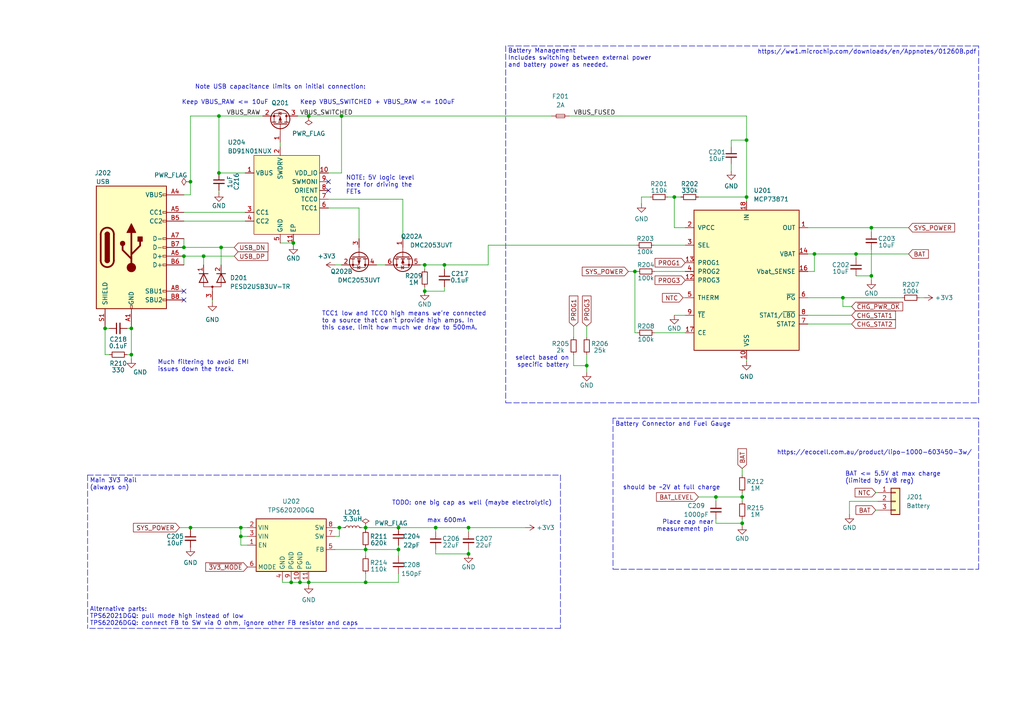
<source format=kicad_sch>
(kicad_sch (version 20211123) (generator eeschema)
  (paper "A4")
  (title_block (date "2022-09-04") (rev "1"))
  (lib_symbols
    (symbol "Battery_Management:MCP73871" (pin_names (offset 1.016))
      (property "Reference" "U" (at -7.62 24.13 0))
      (property "Value" "MCP73871" (at -15.24 21.59 0))
      (symbol "MCP73871_0_1"
        (rectangle (start -15.24 20.32) (end 15.24 -20.32) (stroke (width 0.254)) (fill (type background)))
      )
      (symbol "MCP73871_1_1"
        (pin power_out line (at 17.78 15.24 180) (length 2.54) (name "OUT") (number "1"))
        (pin power_in line (at 0 -22.86 90) (length 2.54) (name "VSS") (number "10"))
        (pin passive line (at 0 -22.86 90) (length 2.54) hide (name "VSS") (number "11"))
        (pin bidirectional line (at -17.78 0 0) (length 2.54) (name "PROG3") (number "12"))
        (pin bidirectional line (at -17.78 5.08 0) (length 2.54) (name "PROG1") (number "13"))
        (pin power_out line (at 17.78 7.62 180) (length 2.54) (name "VBAT") (number "14"))
        (pin passive line (at 17.78 7.62 180) (length 2.54) hide (name "VBAT") (number "15"))
        (pin input line (at 17.78 2.54 180) (length 2.54) (name "Vbat_SENSE") (number "16"))
        (pin input line (at -17.78 -15.24 0) (length 2.54) (name "CE") (number "17"))
        (pin power_in line (at 0 22.86 270) (length 2.54) (name "IN") (number "18"))
        (pin passive line (at 0 22.86 270) (length 2.54) hide (name "IN") (number "19"))
        (pin input line (at -17.78 15.24 0) (length 2.54) (name "VPCC") (number "2"))
        (pin passive line (at 17.78 15.24 180) (length 2.54) hide (name "OUT") (number "20"))
        (pin passive line (at 0 -22.86 90) (length 2.54) hide (name "VSS") (number "21"))
        (pin input line (at -17.78 10.16 0) (length 2.54) (name "SEL") (number "3"))
        (pin input line (at -17.78 2.54 0) (length 2.54) (name "PROG2") (number "4"))
        (pin bidirectional line (at -17.78 -5.08 0) (length 2.54) (name "THERM") (number "5"))
        (pin open_collector line (at 17.78 -5.08 180) (length 2.54) (name "~{PG}") (number "6"))
        (pin open_collector line (at 17.78 -12.7 180) (length 2.54) (name "STAT2") (number "7"))
        (pin open_collector line (at 17.78 -10.16 180) (length 2.54) (name "STAT1/~{LBO}") (number "8"))
        (pin input line (at -17.78 -10.16 0) (length 2.54) (name "~{TE}") (number "9"))
      )
    )
    (symbol "Connector:USB_C_Receptacle_USB2.0" (pin_names (offset 1.016))
      (property "Reference" "J" (at -10.16 19.05 0))
      (property "Value" "USB_C_Receptacle_USB2.0" (at 19.05 19.05 0))
      (symbol "USB_C_Receptacle_USB2.0_0_0"
        (rectangle (start -0.254 -17.78) (end 0.254 -16.764))
        (rectangle (start 10.16 -14.986) (end 9.144 -15.494))
        (rectangle (start 10.16 -12.446) (end 9.144 -12.954))
        (rectangle (start 10.16 -4.826) (end 9.144 -5.334))
        (rectangle (start 10.16 -2.286) (end 9.144 -2.794))
        (rectangle (start 10.16 0.254) (end 9.144 -0.254))
        (rectangle (start 10.16 2.794) (end 9.144 2.286))
        (rectangle (start 10.16 7.874) (end 9.144 7.366))
        (rectangle (start 10.16 10.414) (end 9.144 9.906))
        (rectangle (start 10.16 15.494) (end 9.144 14.986))
      )
      (symbol "USB_C_Receptacle_USB2.0_0_1"
        (rectangle (start -10.16 17.78) (end 10.16 -17.78) (stroke (width 0.254)) (fill (type background)))
        (arc (start -8.89 -3.81) (mid -6.985 -5.715) (end -5.08 -3.81) (stroke (width 0.508)))
        (arc (start -7.62 -3.81) (mid -6.985 -4.445) (end -6.35 -3.81) (stroke (width 0.254)))
        (arc (start -7.62 -3.81) (mid -6.985 -4.445) (end -6.35 -3.81) (stroke (width 0.254)) (fill (type outline)))
        (rectangle (start -7.62 -3.81) (end -6.35 3.81) (stroke (width 0.254)) (fill (type outline)))
        (arc (start -6.35 3.81) (mid -6.985 4.445) (end -7.62 3.81) (stroke (width 0.254)))
        (arc (start -6.35 3.81) (mid -6.985 4.445) (end -7.62 3.81) (stroke (width 0.254)) (fill (type outline)))
        (arc (start -5.08 3.81) (mid -6.985 5.715) (end -8.89 3.81) (stroke (width 0.508)))
        (circle (center -2.54 1.143) (radius 0.635) (stroke (width 0.254)) (fill (type outline)))
        (circle (center 0 -5.842) (radius 1.27) (fill (type outline)))
        (polyline (pts (xy -8.89 -3.81) (xy -8.89 3.81)) (stroke (width 0.508)))
        (polyline (pts (xy -5.08 3.81) (xy -5.08 -3.81)) (stroke (width 0.508)))
        (polyline (pts (xy 0 -5.842) (xy 0 4.318)) (stroke (width 0.508)))
        (polyline (pts (xy 0 -3.302) (xy -2.54 -0.762) (xy -2.54 0.508)) (stroke (width 0.508)))
        (polyline (pts (xy 0 -2.032) (xy 2.54 0.508) (xy 2.54 1.778)) (stroke (width 0.508)))
        (polyline (pts (xy -1.27 4.318) (xy 0 6.858) (xy 1.27 4.318) (xy -1.27 4.318)) (stroke (width 0.254)) (fill (type outline)))
        (rectangle (start 1.905 1.778) (end 3.175 3.048) (stroke (width 0.254)) (fill (type outline)))
      )
      (symbol "USB_C_Receptacle_USB2.0_1_1"
        (pin passive line (at 0 -22.86 90) (length 5.08) (name "GND") (number "A1"))
        (pin passive line (at 0 -22.86 90) (length 5.08) hide (name "GND") (number "A12"))
        (pin passive line (at 15.24 15.24 180) (length 5.08) (name "VBUS") (number "A4"))
        (pin bidirectional line (at 15.24 10.16 180) (length 5.08) (name "CC1") (number "A5"))
        (pin bidirectional line (at 15.24 -2.54 180) (length 5.08) (name "D+") (number "A6"))
        (pin bidirectional line (at 15.24 2.54 180) (length 5.08) (name "D-") (number "A7"))
        (pin bidirectional line (at 15.24 -12.7 180) (length 5.08) (name "SBU1") (number "A8"))
        (pin passive line (at 15.24 15.24 180) (length 5.08) hide (name "VBUS") (number "A9"))
        (pin passive line (at 0 -22.86 90) (length 5.08) hide (name "GND") (number "B1"))
        (pin passive line (at 0 -22.86 90) (length 5.08) hide (name "GND") (number "B12"))
        (pin passive line (at 15.24 15.24 180) (length 5.08) hide (name "VBUS") (number "B4"))
        (pin bidirectional line (at 15.24 7.62 180) (length 5.08) (name "CC2") (number "B5"))
        (pin bidirectional line (at 15.24 -5.08 180) (length 5.08) (name "D+") (number "B6"))
        (pin bidirectional line (at 15.24 0 180) (length 5.08) (name "D-") (number "B7"))
        (pin bidirectional line (at 15.24 -15.24 180) (length 5.08) (name "SBU2") (number "B8"))
        (pin passive line (at 15.24 15.24 180) (length 5.08) hide (name "VBUS") (number "B9"))
        (pin passive line (at -7.62 -22.86 90) (length 5.08) (name "SHIELD") (number "S1"))
      )
    )
    (symbol "Connector_Generic:Conn_01x03" (pin_names (offset 1.016) hide)
      (property "Reference" "J" (at 0 5.08 0))
      (property "Value" "Conn_01x03" (at 0 -5.08 0))
      (symbol "Conn_01x03_1_1"
        (rectangle (start -1.27 -2.413) (end 0 -2.667) (stroke (width 0.1524)))
        (rectangle (start -1.27 0.127) (end 0 -0.127) (stroke (width 0.1524)))
        (rectangle (start -1.27 2.667) (end 0 2.413) (stroke (width 0.1524)))
        (rectangle (start -1.27 3.81) (end 1.27 -3.81) (stroke (width 0.254)) (fill (type background)))
        (pin passive line (at -5.08 2.54 0) (length 3.81) (name "Pin_1") (number "1"))
        (pin passive line (at -5.08 0 0) (length 3.81) (name "Pin_2") (number "2"))
        (pin passive line (at -5.08 -2.54 0) (length 3.81) (name "Pin_3") (number "3"))
      )
    )
    (symbol "Device:C_Small" (pin_numbers hide) (pin_names (offset 0.254) hide)
      (property "Reference" "C" (at 0.254 1.778 0))
      (property "Value" "C_Small" (at 0.254 -2.032 0))
      (symbol "C_Small_0_1"
        (polyline (pts (xy -1.524 -0.508) (xy 1.524 -0.508)) (stroke (width 0.3302)))
        (polyline (pts (xy -1.524 0.508) (xy 1.524 0.508)) (stroke (width 0.3048)))
      )
      (symbol "C_Small_1_1"
        (pin passive line (at 0 2.54 270) (length 2.032) (name "~") (number "1"))
        (pin passive line (at 0 -2.54 90) (length 2.032) (name "~") (number "2"))
      )
    )
    (symbol "Device:D_Dual_CommonAnode_KKA_Parallel" (pin_names (offset 0.762) hide)
      (property "Reference" "D" (at 0 5.08 0))
      (property "Value" "D_Dual_CommonAnode_KKA_Parallel" (at 0 -5.08 0))
      (symbol "D_Dual_CommonAnode_KKA_Parallel_0_0"
        (polyline (pts (xy 2.54 -3.81) (xy 2.54 -1.27)) (stroke (width 0.254)))
        (polyline (pts (xy 2.54 1.27) (xy 2.54 3.81)) (stroke (width 0.254)))
      )
      (symbol "D_Dual_CommonAnode_KKA_Parallel_0_1"
        (circle (center -1.27 0) (radius 0.254) (fill (type outline)))
        (polyline (pts (xy -1.27 0) (xy -2.54 0)))
        (polyline (pts (xy 2.54 2.54) (xy -1.27 2.54) (xy -1.27 -2.54) (xy 2.54 -2.54)))
        (polyline (pts (xy 0 -1.27) (xy 2.54 -2.54) (xy 0 -3.81) (xy 0 -1.27) (xy 0 -1.27) (xy 0 -1.27)) (stroke (width 0.254)))
        (polyline (pts (xy 0 3.81) (xy 2.54 2.54) (xy 0 1.27) (xy 0 3.81) (xy 0 3.81) (xy 0 3.81)) (stroke (width 0.254)))
        (pin passive line (at 5.08 2.54 180) (length 2.54) (name "K") (number "1"))
        (pin passive line (at 5.08 -2.54 180) (length 2.54) (name "K") (number "2"))
        (pin passive line (at -5.08 0 0) (length 2.54) (name "A") (number "3"))
      )
    )
    (symbol "Device:Fuse_Small" (pin_numbers hide) (pin_names (offset 0.254) hide)
      (property "Reference" "F" (at 0 -1.524 0))
      (property "Value" "Fuse_Small" (at 0 1.524 0))
      (symbol "Fuse_Small_0_1"
        (rectangle (start -1.27 0.508) (end 1.27 -0.508))
        (polyline (pts (xy -1.27 0) (xy 1.27 0)))
      )
      (symbol "Fuse_Small_1_1"
        (pin passive line (at -2.54 0 0) (length 1.27) (name "~") (number "1"))
        (pin passive line (at 2.54 0 180) (length 1.27) (name "~") (number "2"))
      )
    )
    (symbol "Device:L_Small" (pin_numbers hide) (pin_names (offset 0.254) hide)
      (property "Reference" "L" (at 0.762 1.016 0))
      (property "Value" "L_Small" (at 0.762 -1.016 0))
      (symbol "L_Small_0_1"
        (arc (start 0 -2.032) (mid 0.508 -1.524) (end 0 -1.016))
        (arc (start 0 -1.016) (mid 0.508 -0.508) (end 0 0))
        (arc (start 0 0) (mid 0.508 0.508) (end 0 1.016))
        (arc (start 0 1.016) (mid 0.508 1.524) (end 0 2.032))
      )
      (symbol "L_Small_1_1"
        (pin passive line (at 0 2.54 270) (length 0.508) (name "~") (number "1"))
        (pin passive line (at 0 -2.54 90) (length 0.508) (name "~") (number "2"))
      )
    )
    (symbol "Device:Q_PMOS_GSD" (pin_names (offset 0) hide)
      (property "Reference" "Q" (at 5.08 1.27 0))
      (property "Value" "Q_PMOS_GSD" (at 5.08 -1.27 0))
      (symbol "Q_PMOS_GSD_0_1"
        (polyline (pts (xy 0.254 0) (xy -2.54 0)))
        (polyline (pts (xy 0.254 1.905) (xy 0.254 -1.905)) (stroke (width 0.254)))
        (polyline (pts (xy 0.762 -1.27) (xy 0.762 -2.286)) (stroke (width 0.254)))
        (polyline (pts (xy 0.762 0.508) (xy 0.762 -0.508)) (stroke (width 0.254)))
        (polyline (pts (xy 0.762 2.286) (xy 0.762 1.27)) (stroke (width 0.254)))
        (polyline (pts (xy 2.54 2.54) (xy 2.54 1.778)))
        (polyline (pts (xy 2.54 -2.54) (xy 2.54 0) (xy 0.762 0)))
        (polyline (pts (xy 0.762 1.778) (xy 3.302 1.778) (xy 3.302 -1.778) (xy 0.762 -1.778)))
        (polyline (pts (xy 2.286 0) (xy 1.27 0.381) (xy 1.27 -0.381) (xy 2.286 0)) (fill (type outline)))
        (polyline (pts (xy 2.794 -0.508) (xy 2.921 -0.381) (xy 3.683 -0.381) (xy 3.81 -0.254)))
        (polyline (pts (xy 3.302 -0.381) (xy 2.921 0.254) (xy 3.683 0.254) (xy 3.302 -0.381)))
        (circle (center 1.651 0) (radius 2.794) (stroke (width 0.254)))
        (circle (center 2.54 -1.778) (radius 0.254) (fill (type outline)))
        (circle (center 2.54 1.778) (radius 0.254) (fill (type outline)))
      )
      (symbol "Q_PMOS_GSD_1_1"
        (pin input line (at -5.08 0 0) (length 2.54) (name "G") (number "1"))
        (pin passive line (at 2.54 -5.08 90) (length 2.54) (name "S") (number "2"))
        (pin passive line (at 2.54 5.08 270) (length 2.54) (name "D") (number "3"))
      )
    )
    (symbol "Device:R_Small" (pin_numbers hide) (pin_names (offset 0.254) hide)
      (property "Reference" "R" (at 0.762 0.508 0))
      (property "Value" "R_Small" (at 0.762 -1.016 0))
      (symbol "R_Small_0_1"
        (rectangle (start -0.762 1.778) (end 0.762 -1.778) (stroke (width 0.2032)))
      )
      (symbol "R_Small_1_1"
        (pin passive line (at 0 2.54 270) (length 0.762) (name "~") (number "1"))
        (pin passive line (at 0 -2.54 90) (length 0.762) (name "~") (number "2"))
      )
    )
    (symbol "Transistor_FET:DMC2053UVT" (pin_names hide)
      (property "Reference" "Q" (at 3.175 1.27 0))
      (property "Value" "DMC2053UVT" (at 3.175 -1.27 0))
      (symbol "DMC2053UVT_0_1"
        (circle (center -0.889 0) (radius 2.794) (stroke (width 0.254)))
        (circle (center 0 -1.778) (radius 0.254) (fill (type outline)))
        (polyline (pts (xy -2.286 0) (xy -5.08 0)))
        (polyline (pts (xy -2.286 1.905) (xy -2.286 -1.905)) (stroke (width 0.254)))
        (polyline (pts (xy -1.778 -1.27) (xy -1.778 -2.286)) (stroke (width 0.254)))
        (polyline (pts (xy -1.778 0.508) (xy -1.778 -0.508)) (stroke (width 0.254)))
        (polyline (pts (xy -1.778 2.286) (xy -1.778 1.27)) (stroke (width 0.254)))
        (polyline (pts (xy 0 2.54) (xy 0 1.778)))
        (polyline (pts (xy 0 -2.54) (xy 0 0) (xy -1.778 0)))
        (polyline (pts (xy -1.778 -1.778) (xy 0.762 -1.778) (xy 0.762 1.778) (xy -1.778 1.778)))
        (circle (center 0 1.778) (radius 0.254) (fill (type outline)))
      )
      (symbol "DMC2053UVT_1_1"
        (polyline (pts (xy -1.524 0) (xy -0.508 0.381) (xy -0.508 -0.381) (xy -1.524 0)) (fill (type outline)))
        (polyline (pts (xy 0.254 0.508) (xy 0.381 0.381) (xy 1.143 0.381) (xy 1.27 0.254)))
        (polyline (pts (xy 0.762 0.381) (xy 0.381 -0.254) (xy 1.143 -0.254) (xy 0.762 0.381)))
        (pin passive line (at -7.62 0 0) (length 2.54) (name "G") (number "1"))
        (pin passive line (at 0 -5.08 90) (length 2.54) (name "S") (number "5"))
        (pin passive line (at 0 5.08 270) (length 2.54) (name "D") (number "6"))
      )
      (symbol "DMC2053UVT_2_1"
        (polyline (pts (xy -0.254 0) (xy -1.27 0.381) (xy -1.27 -0.381) (xy -0.254 0)) (fill (type outline)))
        (polyline (pts (xy 0.254 -0.508) (xy 0.381 -0.381) (xy 1.143 -0.381) (xy 1.27 -0.254)))
        (polyline (pts (xy 0.762 -0.381) (xy 0.381 0.254) (xy 1.143 0.254) (xy 0.762 -0.381)))
        (pin passive line (at 0 -5.08 90) (length 2.54) (name "S") (number "2"))
        (pin passive line (at -7.62 0 0) (length 2.54) (name "G") (number "3"))
        (pin passive line (at 0 5.08 270) (length 2.54) (name "D") (number "4"))
      )
    )
    (symbol "power:+3V3" (power) (pin_names (offset 0))
      (property "Value" "+3V3" (at 0 3.556 0))
      (symbol "+3V3_0_1"
        (polyline (pts (xy -0.762 1.27) (xy 0 2.54)))
        (polyline (pts (xy 0 0) (xy 0 2.54)))
        (polyline (pts (xy 0 2.54) (xy 0.762 1.27)))
      )
      (symbol "+3V3_1_1"
        (pin power_in line (at 0 0 90) (length 0) hide (name "+3V3") (number "1"))
      )
    )
    (symbol "power:GND" (power) (pin_names (offset 0))
      (property "Value" "GND" (at 0 -3.81 0))
      (symbol "GND_0_1"
        (polyline (pts (xy 0 0) (xy 0 -1.27) (xy 1.27 -1.27) (xy 0 -2.54) (xy -1.27 -1.27) (xy 0 -1.27)))
      )
      (symbol "GND_1_1"
        (pin power_in line (at 0 0 270) (length 0) hide (name "GND") (number "1"))
      )
    )
    (symbol "power:PWR_FLAG" (power) (pin_numbers hide) (pin_names (offset 0) hide)
      (property "Value" "PWR_FLAG" (at 0 3.81 0))
      (symbol "PWR_FLAG_0_0"
        (pin power_out line (at 0 0 90) (length 0) (name "pwr") (number "1"))
      )
      (symbol "PWR_FLAG_0_1"
        (polyline (pts (xy 0 0) (xy 0 1.27) (xy -1.016 1.905) (xy 0 2.54) (xy 1.016 1.905) (xy 0 1.27)))
      )
    )
    (symbol "symbols:BD91N01NUX"
      (property "Reference" "U" (at 0 13.97 0))
      (property "Value" "BD91N01NUX" (at 5.08 16.51 0))
      (symbol "BD91N01NUX_0_1"
        (rectangle (start -12.7 12.7) (end 6.35 -10.16) (fill (type background)))
      )
      (symbol "BD91N01NUX_1_1"
        (pin input line (at -15.24 7.62 0) (length 2.54) (name "VBUS") (number "1"))
        (pin input line (at 8.89 7.62 180) (length 2.54) (name "VDD_IO") (number "10"))
        (pin input line (at -1.27 -12.7 90) (length 2.54) (name "EP") (number "11"))
        (pin output line (at -5.08 15.24 270) (length 2.54) (name "SWDRV") (number "2"))
        (pin input line (at -15.24 -3.81 0) (length 2.54) (name "CC1") (number "3"))
        (pin input line (at -15.24 -6.35 0) (length 2.54) (name "CC2") (number "4"))
        (pin input line (at -5.08 -12.7 90) (length 2.54) (name "GND") (number "5"))
        (pin output line (at 8.89 -2.54 180) (length 2.54) (name "TCC1") (number "6"))
        (pin output line (at 8.89 0 180) (length 2.54) (name "TCC0") (number "7"))
        (pin output line (at 8.89 2.54 180) (length 2.54) (name "ORIENT") (number "8"))
        (pin output line (at 8.89 5.08 180) (length 2.54) (name "SWMONI") (number "9"))
      )
    )
    (symbol "symbols:TPS62026"
      (property "Reference" "U" (at 0 3.81 0))
      (property "Value" "TPS62026" (at 0 6.35 0))
      (symbol "TPS62026_0_0"
        (pin power_in line (at 2.54 -10.16 90) (length 2.54) (name "PGND") (number "10"))
        (pin power_in line (at 5.08 -10.16 90) (length 2.54) (name "EP") (number "11"))
      )
      (symbol "TPS62026_1_1"
        (rectangle (start -10.16 7.62) (end 10.16 -7.62) (stroke (width 0.254)) (fill (type background)))
        (pin input line (at -12.7 0 0) (length 2.54) (name "EN") (number "1"))
        (pin power_in line (at -12.7 5.08 0) (length 2.54) (name "VIN") (number "2"))
        (pin input line (at -12.7 2.54 0) (length 2.54) (name "VIN") (number "3"))
        (pin input line (at -2.54 -10.16 90) (length 2.54) (name "GND") (number "4"))
        (pin open_collector line (at 12.7 -1.27 180) (length 2.54) (name "FB") (number "5"))
        (pin open_collector line (at -12.7 -6.35 0) (length 2.54) (name "MODE") (number "6"))
        (pin power_out line (at 12.7 2.54 180) (length 2.54) (name "SW") (number "7"))
        (pin power_in line (at 12.7 5.08 180) (length 2.54) (name "SW") (number "8"))
        (pin power_in line (at 0 -10.16 90) (length 2.54) (name "PGND") (number "9"))
      )
    )
  )
  (junction (at 106.045 168.91))
  (junction (at 215.265 144.145))
  (junction (at 89.535 168.91))
  (junction (at 84.455 168.91))
  (junction (at 30.48 95.25))
  (junction (at 128.905 76.835))
  (junction (at 135.89 160.655))
  (junction (at 89.535 33.655))
  (junction (at 99.06 33.655))
  (junction (at 236.22 73.66))
  (junction (at 63.5 33.655))
  (junction (at 135.89 153.035))
  (junction (at 106.045 159.385))
  (junction (at 98.425 153.035))
  (junction (at 69.85 153.035))
  (junction (at 123.19 76.835))
  (junction (at 115.57 159.385))
  (junction (at 215.265 151.765))
  (junction (at 69.85 155.575))
  (junction (at 207.645 144.145))
  (junction (at 126.365 153.035))
  (junction (at 184.15 78.74))
  (junction (at 55.245 153.035))
  (junction (at 53.34 71.755))
  (junction (at 38.1 95.25))
  (junction (at 38.1 102.87))
  (junction (at 248.285 73.66))
  (junction (at 63.5 50.165))
  (junction (at 216.535 40.64))
  (junction (at 55.245 52.705))
  (junction (at 123.19 84.455))
  (junction (at 86.995 168.91))
  (junction (at 216.535 57.15))
  (junction (at 53.34 74.295))
  (junction (at 195.58 57.15))
  (junction (at 85.09 70.485))
  (junction (at 115.57 153.035))
  (junction (at 64.135 71.755))
  (junction (at 244.475 86.36))
  (junction (at 252.73 66.04))
  (junction (at 59.055 74.295))
  (junction (at 252.73 80.01))
  (junction (at 106.045 153.035))
  (junction (at 170.18 106.045))
  (no_connect (at 95.25 52.705))
  (no_connect (at 95.25 55.245))
  (no_connect (at 53.34 84.455))
  (no_connect (at 53.34 86.995))
  (wire (pts (xy 30.48 95.25) (xy 30.48 102.87)))
  (polyline (pts (xy 283.845 13.335) (xy 146.685 13.335)))
  (wire (pts (xy 63.5 50.165) (xy 63.5 33.655)))
  (wire (pts (xy 126.365 154.305) (xy 126.365 153.035)))
  (wire (pts (xy 115.57 166.37) (xy 115.57 168.91)))
  (wire (pts (xy 128.905 83.185) (xy 128.905 84.455)))
  (wire (pts (xy 207.645 145.415) (xy 207.645 144.145)))
  (wire (pts (xy 252.73 67.31) (xy 252.73 66.04)))
  (wire (pts (xy 55.245 33.655) (xy 55.245 52.705)))
  (wire (pts (xy 123.19 84.455) (xy 123.19 83.185)))
  (wire (pts (xy 188.595 57.15) (xy 186.055 57.15)))
  (wire (pts (xy 126.365 153.035) (xy 135.89 153.035)))
  (wire (pts (xy 216.535 40.64) (xy 216.535 57.15)))
  (wire (pts (xy 128.905 76.835) (xy 141.605 76.835)))
  (wire (pts (xy 61.595 87.63) (xy 61.595 86.995)))
  (wire (pts (xy 234.315 86.36) (xy 244.475 86.36)))
  (polyline (pts (xy 25.4 137.795) (xy 25.4 182.245)))
  (wire (pts (xy 135.89 159.385) (xy 135.89 160.655)))
  (wire (pts (xy 234.315 91.44) (xy 247.015 91.44)))
  (wire (pts (xy 55.245 153.035) (xy 69.85 153.035)))
  (wire (pts (xy 244.475 86.36) (xy 261.62 86.36)))
  (wire (pts (xy 202.565 57.15) (xy 216.535 57.15)))
  (polyline (pts (xy 162.56 137.795) (xy 162.56 182.245)))
  (wire (pts (xy 86.995 168.91) (xy 89.535 168.91)))
  (wire (pts (xy 109.22 76.835) (xy 111.76 76.835)))
  (wire (pts (xy 202.565 144.145) (xy 207.645 144.145)))
  (wire (pts (xy 215.265 135.89) (xy 215.265 137.795)))
  (wire (pts (xy 195.58 66.04) (xy 195.58 57.15)))
  (wire (pts (xy 106.045 168.91) (xy 89.535 168.91)))
  (wire (pts (xy 95.25 57.785) (xy 116.84 57.785)))
  (wire (pts (xy 38.1 94.615) (xy 38.1 95.25)))
  (wire (pts (xy 170.18 106.045) (xy 170.18 107.95)))
  (wire (pts (xy 63.5 33.655) (xy 76.2 33.655)))
  (wire (pts (xy 184.15 96.52) (xy 184.15 78.74)))
  (wire (pts (xy 198.755 66.04) (xy 195.58 66.04)))
  (wire (pts (xy 95.25 50.165) (xy 99.06 50.165)))
  (wire (pts (xy 71.755 158.115) (xy 69.85 158.115)))
  (wire (pts (xy 53.34 64.135) (xy 71.12 64.135)))
  (wire (pts (xy 135.89 153.035) (xy 152.4 153.035)))
  (wire (pts (xy 170.18 102.87) (xy 170.18 106.045)))
  (wire (pts (xy 123.19 78.105) (xy 123.19 76.835)))
  (wire (pts (xy 69.85 153.035) (xy 71.755 153.035)))
  (wire (pts (xy 116.84 57.785) (xy 116.84 69.215)))
  (wire (pts (xy 254 142.875) (xy 254.635 142.875)))
  (wire (pts (xy 234.315 93.98) (xy 247.015 93.98)))
  (wire (pts (xy 254.635 145.415) (xy 246.38 145.415)))
  (wire (pts (xy 123.19 76.835) (xy 121.92 76.835)))
  (wire (pts (xy 106.045 153.035) (xy 115.57 153.035)))
  (wire (pts (xy 236.22 73.66) (xy 248.285 73.66)))
  (wire (pts (xy 81.28 41.275) (xy 81.28 42.545)))
  (wire (pts (xy 55.245 153.035) (xy 55.245 153.67)))
  (wire (pts (xy 38.1 95.25) (xy 38.1 102.87)))
  (wire (pts (xy 198.755 96.52) (xy 189.865 96.52)))
  (wire (pts (xy 165.1 33.655) (xy 216.535 33.655)))
  (wire (pts (xy 115.57 158.115) (xy 115.57 159.385)))
  (wire (pts (xy 64.135 71.755) (xy 67.945 71.755)))
  (wire (pts (xy 215.265 152.4) (xy 215.265 151.765)))
  (wire (pts (xy 195.58 91.44) (xy 198.755 91.44)))
  (wire (pts (xy 99.06 33.655) (xy 99.06 50.165)))
  (wire (pts (xy 59.055 74.295) (xy 59.055 76.835)))
  (wire (pts (xy 128.905 84.455) (xy 123.19 84.455)))
  (wire (pts (xy 215.265 151.765) (xy 215.265 150.495)))
  (wire (pts (xy 135.89 153.035) (xy 135.89 154.305)))
  (polyline (pts (xy 146.685 116.84) (xy 283.845 116.84)))
  (wire (pts (xy 106.045 153.67) (xy 106.045 153.035)))
  (wire (pts (xy 216.535 104.775) (xy 216.535 104.14)))
  (wire (pts (xy 248.285 73.66) (xy 248.285 74.93)))
  (wire (pts (xy 81.28 70.485) (xy 85.09 70.485)))
  (polyline (pts (xy 283.845 165.1) (xy 283.845 121.285)))
  (wire (pts (xy 53.34 71.755) (xy 64.135 71.755)))
  (wire (pts (xy 182.245 78.74) (xy 184.15 78.74)))
  (polyline (pts (xy 177.8 165.1) (xy 283.845 165.1)))
  (wire (pts (xy 115.57 159.385) (xy 106.045 159.385)))
  (polyline (pts (xy 146.685 13.335) (xy 146.685 116.84)))
  (wire (pts (xy 81.915 168.91) (xy 84.455 168.91)))
  (wire (pts (xy 198.12 86.36) (xy 198.755 86.36)))
  (wire (pts (xy 86.995 168.275) (xy 86.995 168.91)))
  (wire (pts (xy 53.34 74.295) (xy 59.055 74.295)))
  (wire (pts (xy 89.535 168.91) (xy 89.535 169.545)))
  (wire (pts (xy 55.245 33.655) (xy 63.5 33.655)))
  (wire (pts (xy 69.85 155.575) (xy 69.85 158.115)))
  (wire (pts (xy 252.73 81.28) (xy 252.73 80.01)))
  (wire (pts (xy 186.055 57.15) (xy 186.055 59.055)))
  (wire (pts (xy 106.045 166.37) (xy 106.045 168.91)))
  (wire (pts (xy 95.25 60.325) (xy 104.14 60.325)))
  (wire (pts (xy 98.425 153.035) (xy 97.155 153.035)))
  (wire (pts (xy 212.09 42.545) (xy 212.09 40.64)))
  (wire (pts (xy 30.48 102.87) (xy 31.75 102.87)))
  (wire (pts (xy 98.425 155.575) (xy 98.425 153.035)))
  (wire (pts (xy 53.34 61.595) (xy 71.12 61.595)))
  (wire (pts (xy 236.22 78.74) (xy 236.22 73.66)))
  (wire (pts (xy 244.475 86.36) (xy 244.475 88.9)))
  (wire (pts (xy 53.34 56.515) (xy 55.245 56.515)))
  (wire (pts (xy 59.055 74.295) (xy 67.945 74.295)))
  (polyline (pts (xy 162.56 182.245) (xy 25.4 182.245)))
  (wire (pts (xy 170.18 94.615) (xy 170.18 97.79)))
  (wire (pts (xy 246.38 145.415) (xy 246.38 149.225)))
  (wire (pts (xy 126.365 160.655) (xy 126.365 159.385)))
  (wire (pts (xy 189.865 78.74) (xy 198.755 78.74)))
  (wire (pts (xy 55.245 52.705) (xy 55.245 56.515)))
  (wire (pts (xy 53.34 71.755) (xy 53.34 69.215)))
  (wire (pts (xy 126.365 160.655) (xy 135.89 160.655)))
  (wire (pts (xy 86.36 33.655) (xy 89.535 33.655)))
  (wire (pts (xy 252.73 72.39) (xy 252.73 80.01)))
  (polyline (pts (xy 177.8 121.285) (xy 177.8 165.1)))
  (wire (pts (xy 207.645 151.765) (xy 215.265 151.765)))
  (wire (pts (xy 99.695 153.035) (xy 98.425 153.035)))
  (wire (pts (xy 216.535 57.15) (xy 216.535 58.42)))
  (wire (pts (xy 244.475 88.9) (xy 247.015 88.9)))
  (wire (pts (xy 84.455 168.91) (xy 86.995 168.91)))
  (wire (pts (xy 215.265 144.145) (xy 215.265 142.875)))
  (wire (pts (xy 71.755 155.575) (xy 69.85 155.575)))
  (wire (pts (xy 234.315 78.74) (xy 236.22 78.74)))
  (wire (pts (xy 104.14 60.325) (xy 104.14 69.215)))
  (wire (pts (xy 166.37 102.87) (xy 166.37 106.045)))
  (wire (pts (xy 30.48 94.615) (xy 30.48 95.25)))
  (wire (pts (xy 212.09 40.64) (xy 216.535 40.64)))
  (wire (pts (xy 195.58 57.15) (xy 197.485 57.15)))
  (wire (pts (xy 215.265 145.415) (xy 215.265 144.145)))
  (polyline (pts (xy 283.845 116.84) (xy 283.845 13.335)))
  (wire (pts (xy 212.09 47.625) (xy 212.09 49.53)))
  (wire (pts (xy 128.905 76.835) (xy 128.905 78.105)))
  (polyline (pts (xy 283.845 121.285) (xy 177.8 121.285)))
  (wire (pts (xy 85.09 70.485) (xy 85.09 71.12)))
  (wire (pts (xy 248.285 73.66) (xy 263.525 73.66)))
  (wire (pts (xy 189.6926 71.12) (xy 198.755 71.12)))
  (wire (pts (xy 97.155 76.835) (xy 99.06 76.835)))
  (wire (pts (xy 64.135 71.755) (xy 64.135 76.835)))
  (wire (pts (xy 89.535 168.275) (xy 89.535 168.91)))
  (wire (pts (xy 84.455 168.275) (xy 84.455 168.91)))
  (wire (pts (xy 89.535 33.655) (xy 99.06 33.655)))
  (wire (pts (xy 216.535 33.655) (xy 216.535 40.64)))
  (wire (pts (xy 38.1 102.87) (xy 38.1 104.14)))
  (wire (pts (xy 97.155 159.385) (xy 106.045 159.385)))
  (wire (pts (xy 115.57 153.035) (xy 126.365 153.035)))
  (wire (pts (xy 106.045 159.385) (xy 106.045 161.29)))
  (wire (pts (xy 141.605 71.12) (xy 141.605 76.835)))
  (wire (pts (xy 254 147.955) (xy 254.635 147.955)))
  (wire (pts (xy 81.915 168.275) (xy 81.915 168.91)))
  (wire (pts (xy 184.785 78.74) (xy 184.15 78.74)))
  (wire (pts (xy 115.57 159.385) (xy 115.57 161.29)))
  (wire (pts (xy 234.315 66.04) (xy 252.73 66.04)))
  (wire (pts (xy 166.37 106.045) (xy 170.18 106.045)))
  (wire (pts (xy 106.045 153.035) (xy 104.775 153.035)))
  (wire (pts (xy 106.045 159.385) (xy 106.045 158.75)))
  (wire (pts (xy 69.85 155.575) (xy 69.85 153.035)))
  (wire (pts (xy 184.785 96.52) (xy 184.15 96.52)))
  (wire (pts (xy 99.06 33.655) (xy 160.02 33.655)))
  (wire (pts (xy 115.57 168.91) (xy 106.045 168.91)))
  (wire (pts (xy 266.7 86.36) (xy 267.97 86.36)))
  (wire (pts (xy 30.48 95.25) (xy 31.75 95.25)))
  (wire (pts (xy 248.285 80.01) (xy 252.73 80.01)))
  (wire (pts (xy 123.19 76.835) (xy 128.905 76.835)))
  (wire (pts (xy 252.73 66.04) (xy 263.525 66.04)))
  (wire (pts (xy 97.155 155.575) (xy 98.425 155.575)))
  (wire (pts (xy 141.605 71.12) (xy 184.6126 71.12)))
  (wire (pts (xy 207.645 150.495) (xy 207.645 151.765)))
  (wire (pts (xy 36.83 95.25) (xy 38.1 95.25)))
  (polyline (pts (xy 25.4 137.795) (xy 162.56 137.795)))
  (wire (pts (xy 166.37 94.615) (xy 166.37 97.79)))
  (wire (pts (xy 193.675 57.15) (xy 195.58 57.15)))
  (wire (pts (xy 36.83 102.87) (xy 38.1 102.87)))
  (wire (pts (xy 207.645 144.145) (xy 215.265 144.145)))
  (wire (pts (xy 63.5 55.88) (xy 63.5 55.245)))
  (wire (pts (xy 71.12 50.165) (xy 63.5 50.165)))
  (wire (pts (xy 234.315 73.66) (xy 236.22 73.66)))
  (wire (pts (xy 53.34 74.295) (xy 53.34 76.835)))
  (wire (pts (xy 52.07 153.035) (xy 55.245 153.035)))
  (text "Place cap near\nmeasurement pin" (at 207.01 154.305 180) (effects (font (size 1.27 1.27)) (justify right bottom)))
  (text "TODO: one big cap as well (maybe electrolytic)" (at 113.665 146.685 0) (effects (font (size 1.27 1.27)) (justify left bottom)))
  (text "https://ecocell.com.au/product/lipo-1000-603450-3w/" (at 281.94 132.08 0) (effects (font (size 1.27 1.27)) (justify right bottom)))
  (text "max 600mA" (at 123.825 151.765 0) (effects (font (size 1.27 1.27)) (justify left bottom)))
  (text "https://ww1.microchip.com/downloads/en/Appnotes/01260B.pdf" (at 283.21 15.875 0) (effects (font (size 1.27 1.27)) (justify right bottom)))
  (text "Battery Connector and Fuel Gauge" (at 178.435 123.825 0) (effects (font (size 1.27 1.27)) (justify left bottom)))
  (text "Main 3V3 Rail\n(always on)" (at 26.035 142.24 0) (effects (font (size 1.27 1.27)) (justify left bottom)))
  (text "should be ~2V at full charge" (at 208.915 142.24 180) (effects (font (size 1.27 1.27)) (justify right bottom)))
  (text "Much filtering to avoid EMI\nissues down the track." (at 45.72 107.95 0) (effects (font (size 1.27 1.27)) (justify left bottom)))
  (text "Battery Management\nIncludes switching between external power\nand battery power as needed." (at 147.32 19.685 0) (effects (font (size 1.27 1.27)) (justify left bottom)))
  (text "NOTE: 5V logic level\nhere for driving the\nFETs" (at 100.33 56.515 0) (effects (font (size 1.27 1.27)) (justify left bottom)))
  (text "TCC1 low and TCC0 high means we're connected\nto a source that can't provide high amps. In\nthis case, limit how much we draw to 500mA." (at 93.345 95.885 0) (effects (font (size 1.27 1.27)) (justify left bottom)))
  (text "Keep VBUS_RAW <= 10uF" (at 52.705 30.48 0) (effects (font (size 1.27 1.27)) (justify left bottom)))
  (text "Keep VBUS_SWITCHED + VBUS_RAW <= 100uF" (at 86.995 30.48 0) (effects (font (size 1.27 1.27)) (justify left bottom)))
  (text "select based on\nspecific battery" (at 165.1 106.68 180) (effects (font (size 1.27 1.27)) (justify right bottom)))
  (text "Note USB capacitance limits on initial connection:" (at 56.515 26.035 0) (effects (font (size 1.27 1.27)) (justify left bottom)))
  (text "Alternative parts:\nTPS62021DGQ: pull mode high instead of low\nTPS62026DGQ: connect FB to SW via 0 ohm, ignore other FB resistor and caps" (at 26.035 181.61 0) (effects (font (size 1.27 1.27)) (justify left bottom)))
  (text "BAT <= 5.5V at max charge\n(limited by 1V8 reg)" (at 245.11 140.335 0) (effects (font (size 1.27 1.27)) (justify left bottom)))
  (label "VBUS_RAW" (at 75.565 33.655 180))
  (label "VBUS_FUSED" (at 166.37 33.655 0))
  (label "VBUS_SWITCHED" (at 86.995 33.655 0))
  (global_label "~{3V3_MODE}" (shape input) (at 71.755 164.465 180) (property "Intersheet References" "${INTERSHEET_REFS}" (effects hide)))
  (global_label "~{CHG_PWR_OK}" (shape input) (at 247.015 88.9 0) (property "Intersheet References" "${INTERSHEET_REFS}" (effects hide)))
  (global_label "BAT" (shape input) (at 254 147.955 180) (property "Intersheet References" "${INTERSHEET_REFS}" (effects hide)))
  (global_label "PROG3" (shape input) (at 170.18 94.615 90) (property "Intersheet References" "${INTERSHEET_REFS}" (effects hide)))
  (global_label "SYS_POWER" (shape input) (at 263.525 66.04 0) (property "Intersheet References" "${INTERSHEET_REFS}" (effects hide)))
  (global_label "CHG_STAT2" (shape input) (at 247.015 93.98 0) (property "Intersheet References" "${INTERSHEET_REFS}" (effects hide)))
  (global_label "PROG3" (shape input) (at 198.755 81.28 180) (property "Intersheet References" "${INTERSHEET_REFS}" (effects hide)))
  (global_label "USB_DP" (shape input) (at 67.945 74.295 0) (property "Intersheet References" "${INTERSHEET_REFS}" (effects hide)))
  (global_label "PROG1" (shape input) (at 166.37 94.615 90) (property "Intersheet References" "${INTERSHEET_REFS}" (effects hide)))
  (global_label "SYS_POWER" (shape input) (at 52.07 153.035 180) (property "Intersheet References" "${INTERSHEET_REFS}" (effects hide)))
  (global_label "NTC" (shape input) (at 198.12 86.36 180) (property "Intersheet References" "${INTERSHEET_REFS}" (effects hide)))
  (global_label "BAT" (shape input) (at 215.265 135.89 90) (property "Intersheet References" "${INTERSHEET_REFS}" (effects hide)))
  (global_label "SYS_POWER" (shape input) (at 182.245 78.74 180) (property "Intersheet References" "${INTERSHEET_REFS}" (effects hide)))
  (global_label "CHG_STAT1" (shape input) (at 247.015 91.44 0) (property "Intersheet References" "${INTERSHEET_REFS}" (effects hide)))
  (global_label "BAT" (shape input) (at 263.525 73.66 0) (property "Intersheet References" "${INTERSHEET_REFS}" (effects hide)))
  (global_label "PROG1" (shape input) (at 198.755 76.2 180) (property "Intersheet References" "${INTERSHEET_REFS}" (effects hide)))
  (global_label "BAT_LEVEL" (shape input) (at 202.565 144.145 180) (property "Intersheet References" "${INTERSHEET_REFS}" (effects hide)))
  (global_label "NTC" (shape input) (at 254 142.875 180) (property "Intersheet References" "${INTERSHEET_REFS}" (effects hide)))
  (global_label "USB_DN" (shape input) (at 67.945 71.755 0) (property "Intersheet References" "${INTERSHEET_REFS}" (effects hide)))
  (symbol (lib_id "Device:R_Small") (at 215.265 147.955 0) (unit 1)
    (property "Reference" "R215" (at 219.075 147.32 0))
    (property "Value" "1M" (at 219.075 149.225 0))
    (property "Footprint" "Resistor_SMD:R_0603_1608Metric" (effects hide))
    (property "PN" "AC0603FR-131ML" (effects hide))
  )
  (symbol (lib_id "symbols:BD91N01NUX") (at 86.36 57.785 0) (unit 1)
    (property "Reference" "U204" (at 66.04 41.275 0) (effects (justify left)))
    (property "Value" "BD91N01NUX" (at 66.04 43.815 0) (effects (justify left)))
    (property "Footprint" "footprints:BD91N01NUX-E2" (effects hide))
    (property "PN" "BD91N01NUX" (effects hide))
  )
  (symbol (lib_id "power:GND") (at 63.5 55.88 0) (unit 1)
    (property "Reference" "#PWR0210" (effects hide))
    (property "Value" "GND" (at 63.5 59.69 0))
  )
  (symbol (lib_id "Device:C_Small") (at 126.365 156.845 0) (unit 1)
    (property "Reference" "C206" (at 130.81 156.21 0))
    (property "Value" "22uF" (at 130.81 158.115 0))
    (property "Footprint" "Capacitor_SMD:C_1206_3216Metric" (effects hide))
    (property "PN" "CL31A226MOCLNNC" (effects hide))
  )
  (symbol (lib_id "power:+3V3") (at 152.4 153.035 270) (unit 1)
    (property "Reference" "#PWR0207" (effects hide))
    (property "Value" "+3V3" (at 155.575 153.0349 90) (effects (justify left)))
  )
  (symbol (lib_id "Device:C_Small") (at 55.245 156.21 0) (unit 1)
    (property "Reference" "C205" (at 50.8 155.575 0))
    (property "Value" "10uF" (at 50.8 157.48 0))
    (property "Footprint" "Capacitor_SMD:C_0805_2012Metric" (effects hide))
    (property "PN" "EMK212ABJ106KG-T" (effects hide))
  )
  (symbol (lib_id "Device:R_Small") (at 187.325 96.52 90) (unit 1)
    (property "Reference" "R208" (at 187.325 94.615 90))
    (property "Value" "100k" (at 187.325 98.425 90))
    (property "Footprint" "Resistor_SMD:R_0603_1608Metric" (effects hide))
    (property "PN" "RC0603JR-10100KL" (effects hide))
  )
  (symbol (lib_id "Device:R_Small") (at 264.16 86.36 90) (unit 1)
    (property "Reference" "R207" (at 264.16 82.55 90))
    (property "Value" "100k" (at 264.16 84.455 90))
    (property "Footprint" "Resistor_SMD:R_0603_1608Metric" (effects hide))
    (property "PN" "RC0603JR-10100KL" (effects hide))
  )
  (symbol (lib_id "power:PWR_FLAG") (at 106.045 153.035 0) (unit 1)
    (property "Reference" "#FLG0102" (effects hide))
    (property "Value" "PWR_FLAG" (at 108.585 151.7649 0) (effects (justify left)))
  )
  (symbol (lib_id "power:GND") (at 89.535 169.545 0) (unit 1)
    (property "Reference" "#PWR0212" (effects hide))
    (property "Value" "GND" (at 89.535 173.99 0))
  )
  (symbol (lib_id "power:GND") (at 246.38 149.225 0) (unit 1)
    (property "Reference" "#PWR0211" (effects hide))
    (property "Value" "GND" (at 246.38 153.035 0))
  )
  (symbol (lib_id "Device:C_Small") (at 248.285 77.47 0) (unit 1)
    (property "Reference" "C202" (at 243.84 76.835 0))
    (property "Value" "10uF" (at 243.84 78.74 0))
    (property "Footprint" "Capacitor_SMD:C_0805_2012Metric" (effects hide))
    (property "PN" "EMK212ABJ106KG-T" (effects hide))
  )
  (symbol (lib_id "Device:D_Dual_CommonAnode_KKA_Parallel") (at 61.595 81.915 90) (unit 1)
    (property "Reference" "D201" (at 66.675 80.5814 90) (effects (justify right)))
    (property "Value" "PESD2USB3UV-TR" (at 66.675 83.1214 90) (effects (justify right)))
    (property "Footprint" "Package_TO_SOT_SMD:SOT-23" (effects hide))
    (property "PN" "PESD2USB3UV-TR" (effects hide))
  )
  (symbol (lib_id "Battery_Management:MCP73871") (at 216.535 81.28 0) (unit 1)
    (property "Reference" "U201" (at 218.5544 55.245 0) (effects (justify left)))
    (property "Value" "MCP73871" (at 218.5544 57.785 0) (effects (justify left)))
    (property "Footprint" "Package_DFN_QFN:QFN-20-1EP_4x4mm_P0.5mm_EP2.5x2.5mm_ThermalVias" (effects hide))
    (property "Datasheet" "http://www.mouser.com/ds/2/268/22090a-52174.pdf" (effects hide))
    (property "PN" "MCP73871" (effects hide))
  )
  (symbol (lib_id "Device:R_Small") (at 123.19 80.645 180) (unit 1)
    (property "Reference" "R209" (at 120.015 80.01 0))
    (property "Value" "1M" (at 120.015 81.915 0))
    (property "Footprint" "Resistor_SMD:R_0603_1608Metric" (effects hide))
    (property "PN" "AC0603FR-131ML" (effects hide))
  )
  (symbol (lib_id "power:GND") (at 61.595 87.63 0) (unit 1)
    (property "Reference" "#PWR0221" (effects hide))
    (property "Value" "GND" (at 61.595 92.71 0))
  )
  (symbol (lib_id "power:GND") (at 38.1 104.14 0) (unit 1)
    (property "Reference" "#PWR0222" (effects hide))
    (property "Value" "GND" (at 40.64 107.95 0))
  )
  (symbol (lib_id "power:GND") (at 195.58 91.44 0) (unit 1)
    (property "Reference" "#PWR0204" (effects hide))
    (property "Value" "GND" (at 195.58 95.25 0))
  )
  (symbol (lib_id "Device:R_Small") (at 215.265 140.335 0) (unit 1)
    (property "Reference" "R212" (at 219.075 139.7 0))
    (property "Value" "1M" (at 219.075 141.605 0))
    (property "Footprint" "Resistor_SMD:R_0603_1608Metric" (effects hide))
    (property "PN" "AC0603FR-131ML" (effects hide))
  )
  (symbol (lib_id "Device:C_Small") (at 207.645 147.955 180) (unit 1)
    (property "Reference" "C209" (at 201.93 146.685 0))
    (property "Value" "1000pF" (at 201.93 149.225 0))
    (property "Footprint" "Capacitor_SMD:C_0805_2012Metric" (effects hide))
    (property "PN" "0805YD102KAT2A" (effects hide))
  )
  (symbol (lib_id "Device:C_Small") (at 115.57 155.575 180) (unit 1)
    (property "Reference" "C204" (at 119.38 155.575 0))
    (property "Value" "22pF" (at 119.38 158.115 0))
    (property "Footprint" "Capacitor_SMD:C_0603_1608Metric" (effects hide))
    (property "PN" "C0603C220K4GACTU" (effects hide))
  )
  (symbol (lib_id "Device:R_Small") (at 166.37 100.33 0) (mirror y) (unit 1)
    (property "Reference" "R205" (at 162.56 99.695 0))
    (property "Value" "2k" (at 162.56 101.6 0))
    (property "Footprint" "Resistor_SMD:R_0603_1608Metric" (effects hide))
    (property "PN" "AR0603JR-072KL" (effects hide))
  )
  (symbol (lib_id "Device:C_Small") (at 252.73 69.85 0) (unit 1)
    (property "Reference" "C203" (at 257.175 69.215 0))
    (property "Value" "10uF" (at 257.175 71.12 0))
    (property "Footprint" "Capacitor_SMD:C_0805_2012Metric" (effects hide))
    (property "PN" "EMK212ABJ106KG-T" (effects hide))
  )
  (symbol (lib_id "symbols:TPS62026") (at 84.455 158.115 0) (unit 1)
    (property "Reference" "U202" (at 84.455 145.415 0))
    (property "Value" "TPS62020DGQ" (at 84.455 147.955 0))
    (property "Footprint" "Package_SO:MSOP-10-1EP_3x3mm_P0.5mm_EP1.68x1.88mm_ThermalVias" (effects hide))
    (property "PN" "TPS62020DGQ" (effects hide))
  )
  (symbol (lib_id "Device:C_Small") (at 128.905 80.645 0) (unit 1)
    (property "Reference" "C217" (at 133.35 79.375 0))
    (property "Value" "0.1uF" (at 133.35 81.28 0))
    (property "Footprint" "Capacitor_SMD:C_0603_1608Metric" (effects hide))
    (property "PN" "EMK107BJ104KAHT" (effects hide))
  )
  (symbol (lib_id "Device:C_Small") (at 212.09 45.085 0) (unit 1)
    (property "Reference" "C201" (at 207.9625 44.1325 0))
    (property "Value" "10uF" (at 207.9625 46.0375 0))
    (property "Footprint" "Capacitor_SMD:C_0805_2012Metric" (effects hide))
    (property "PN" "EMK212ABJ106KG-T" (effects hide))
  )
  (symbol (lib_id "Transistor_FET:DMC2053UVT") (at 104.14 76.835 270) (unit 2)
    (property "Reference" "Q202" (at 99.06 78.74 90))
    (property "Value" "DMC2053UVT" (at 104.14 81.28 90))
    (property "Footprint" "Package_TO_SOT_SMD:TSOT-23-6" (effects hide))
    (property "PN" "DMC2053UVT" (effects hide))
  )
  (symbol (lib_id "power:GND") (at 123.19 84.455 0) (unit 1)
    (property "Reference" "#PWR0220" (effects hide))
    (property "Value" "GND" (at 123.19 88.265 0))
  )
  (symbol (lib_id "Device:R_Small") (at 187.325 78.74 90) (unit 1)
    (property "Reference" "R204" (at 187.325 76.835 90))
    (property "Value" "100k" (at 187.325 80.645 90))
    (property "Footprint" "Resistor_SMD:R_0603_1608Metric" (effects hide))
    (property "PN" "RC0603JR-10100KL" (effects hide))
  )
  (symbol (lib_id "Device:R_Small") (at 191.135 57.15 90) (unit 1)
    (property "Reference" "R201" (at 191.135 53.34 90))
    (property "Value" "110k" (at 191.135 55.245 90))
    (property "Footprint" "Resistor_SMD:R_0603_1608Metric" (effects hide))
    (property "PN" "AC0603FR-07110KL" (effects hide))
  )
  (symbol (lib_id "Device:C_Small") (at 135.89 156.845 0) (unit 1)
    (property "Reference" "C207" (at 140.335 156.21 0))
    (property "Value" "22uF" (at 140.335 158.115 0))
    (property "Footprint" "Capacitor_SMD:C_1206_3216Metric" (effects hide))
    (property "PN" "CL31A226MOCLNNC" (effects hide))
  )
  (symbol (lib_id "power:GND") (at 85.09 71.12 0) (unit 1)
    (property "Reference" "#PWR0218" (effects hide))
    (property "Value" "GND" (at 85.09 74.93 0))
  )
  (symbol (lib_id "Transistor_FET:DMC2053UVT") (at 116.84 76.835 90) (mirror x) (unit 1)
    (property "Reference" "Q202" (at 119.38 68.58 90))
    (property "Value" "DMC2053UVT" (at 125.095 71.12 90))
    (property "Footprint" "Package_TO_SOT_SMD:TSOT-23-6" (effects hide))
    (property "PN" "DMC2053UVT" (effects hide))
  )
  (symbol (lib_id "Device:L_Small") (at 102.235 153.035 90) (unit 1)
    (property "Reference" "L201" (at 102.235 148.59 90))
    (property "Value" "3.3uH" (at 102.235 150.495 90))
    (property "Footprint" "Inductor_SMD:L_Wuerth_MAPI-3012" (effects hide))
    (property "PN" "NRH3012T3R3MN" (effects hide))
  )
  (symbol (lib_id "Device:Q_PMOS_GSD") (at 81.28 36.195 270) (mirror x) (unit 1)
    (property "Reference" "Q201" (at 81.28 29.845 90))
    (property "Value" "PMV48XPA2R" (effects hide))
    (property "Footprint" "Package_TO_SOT_SMD:TSOT-23" (effects hide))
    (property "PN" "PMV48XPA2R" (effects hide))
  )
  (symbol (lib_id "power:GND") (at 170.18 107.95 0) (unit 1)
    (property "Reference" "#PWR0205" (effects hide))
    (property "Value" "GND" (at 170.18 111.76 0))
  )
  (symbol (lib_id "power:+3V3") (at 97.155 76.835 90) (unit 1)
    (property "Reference" "#PWR0219" (effects hide))
    (property "Value" "+3V3" (at 92.075 74.295 90) (effects (justify right)))
  )
  (symbol (lib_id "Device:Fuse_Small") (at 162.56 33.655 180) (unit 1)
    (property "Reference" "F201" (at 162.56 27.94 0))
    (property "Value" "2A" (at 162.56 30.48 0))
    (property "Footprint" "Fuse:Fuse_1210_3225Metric" (effects hide))
    (property "PN" " MICROSMD200F-2" (effects hide))
  )
  (symbol (lib_id "power:GND") (at 252.73 81.28 0) (unit 1)
    (property "Reference" "#PWR0203" (effects hide))
    (property "Value" "GND" (at 252.73 85.09 0))
  )
  (symbol (lib_id "power:PWR_FLAG") (at 55.245 52.705 90) (unit 1)
    (property "Reference" "#FLG0202" (effects hide))
    (property "Value" "PWR_FLAG" (at 49.53 50.8 90))
  )
  (symbol (lib_id "Device:C_Small") (at 34.29 95.25 90) (unit 1)
    (property "Reference" "C218" (at 34.29 98.425 90))
    (property "Value" "0.1uF" (at 34.29 100.33 90))
    (property "Footprint" "Capacitor_SMD:C_0805_2012Metric" (effects hide))
    (property "PN" "0805YD104KAT2A" (effects hide))
  )
  (symbol (lib_id "power:PWR_FLAG") (at 89.535 33.655 180) (unit 1)
    (property "Reference" "#FLG0201" (effects hide))
    (property "Value" "PWR_FLAG" (at 89.535 38.735 0))
  )
  (symbol (lib_id "Device:C_Small") (at 63.5 52.705 0) (unit 1)
    (property "Reference" "C216" (at 68.58 55.245 90) (effects (justify left)))
    (property "Value" "1uF" (at 66.675 54.61 90) (effects (justify left)))
    (property "Footprint" "Capacitor_SMD:C_0805_2012Metric" (effects hide))
    (property "PN" "EMK212BJ105KG-T" (effects hide))
  )
  (symbol (lib_id "Device:R_Small") (at 200.025 57.15 90) (unit 1)
    (property "Reference" "R202" (at 200.025 53.34 90))
    (property "Value" "330k" (at 200.025 55.245 90))
    (property "Footprint" "Resistor_SMD:R_0603_1608Metric" (effects hide))
    (property "PN" "RT0603FRE07330KL" (effects hide))
  )
  (symbol (lib_id "power:GND") (at 186.055 59.055 0) (unit 1)
    (property "Reference" "#PWR0202" (effects hide))
    (property "Value" "GND" (at 186.055 63.5 0))
  )
  (symbol (lib_id "power:GND") (at 135.89 160.655 0) (unit 1)
    (property "Reference" "#PWR0209" (effects hide))
    (property "Value" "GND" (at 135.89 164.465 0))
  )
  (symbol (lib_id "Device:R_Small") (at 34.29 102.87 90) (unit 1)
    (property "Reference" "R210" (at 34.29 105.41 90))
    (property "Value" "330" (at 34.29 107.315 90))
    (property "Footprint" "Resistor_SMD:R_0805_2012Metric" (effects hide))
    (property "PN" "RC0805FR-10330RL" (effects hide))
  )
  (symbol (lib_id "Device:R_Small") (at 106.045 163.83 0) (unit 1)
    (property "Reference" "R214" (at 109.855 163.195 0))
    (property "Value" "110k" (at 109.855 165.1 0))
    (property "Footprint" "Resistor_SMD:R_0603_1608Metric" (effects hide))
    (property "PN" "AC0603FR-07110KL" (effects hide))
  )
  (symbol (lib_id "Device:C_Small") (at 115.57 163.83 180) (unit 1)
    (property "Reference" "C208" (at 119.38 163.83 0))
    (property "Value" "150pF" (at 119.38 166.37 0))
    (property "Footprint" "Capacitor_SMD:C_0603_1608Metric" (effects hide))
    (property "PN" "CC0603JRX7R9BB151" (effects hide))
  )
  (symbol (lib_id "power:GND") (at 215.265 152.4 0) (unit 1)
    (property "Reference" "#PWR0213" (effects hide))
    (property "Value" "GND" (at 215.265 156.21 0))
  )
  (symbol (lib_id "Device:R_Small") (at 106.045 156.21 0) (unit 1)
    (property "Reference" "R211" (at 109.855 155.575 0))
    (property "Value" "620k" (at 109.855 157.48 0))
    (property "Footprint" "Resistor_SMD:R_0603_1608Metric" (effects hide))
    (property "PN" "AC0603FR-07620KL" (effects hide))
  )
  (symbol (lib_id "Device:R_Small") (at 187.1526 71.12 90) (unit 1)
    (property "Reference" "R203" (at 187.1526 69.215 90))
    (property "Value" "100k" (at 187.1526 73.025 90))
    (property "Footprint" "Resistor_SMD:R_0603_1608Metric" (effects hide))
    (property "PN" "RC0603JR-10100KL" (effects hide))
  )
  (symbol (lib_id "power:+3V3") (at 267.97 86.36 270) (unit 1)
    (property "Reference" "#PWR0121" (effects hide))
    (property "Value" "+3V3" (at 271.145 86.3599 90) (effects (justify left)))
  )
  (symbol (lib_id "Connector:USB_C_Receptacle_USB2.0") (at 38.1 71.755 0) (unit 1)
    (property "Reference" "J202" (at 29.845 50.165 0))
    (property "Value" "USB" (at 29.845 52.705 0))
    (property "Footprint" "Connector_USB:USB_C_Receptacle_GCT_USB4085" (effects hide))
    (property "Datasheet" "https://www.usb.org/sites/default/files/documents/usb_type-c.zip" (effects hide))
    (property "PN" " USB4085-GF-A " (effects hide))
  )
  (symbol (lib_id "power:GND") (at 216.535 104.775 0) (unit 1)
    (property "Reference" "#PWR0206" (effects hide))
    (property "Value" "GND" (at 216.535 109.22 0))
  )
  (symbol (lib_id "power:GND") (at 212.09 49.53 0) (unit 1)
    (property "Reference" "#PWR0201" (effects hide))
    (property "Value" "GND" (at 212.09 53.975 0))
  )
  (symbol (lib_id "Connector_Generic:Conn_01x03") (at 259.715 145.415 0) (unit 1)
    (property "Reference" "J201" (at 262.89 144.1449 0) (effects (justify left)))
    (property "Value" "Battery" (at 262.89 146.6849 0) (effects (justify left)))
    (property "Footprint" "Connector_JST:JST_PH_B3B-PH-K_1x03_P2.00mm_Vertical" (effects hide))
  )
  (symbol (lib_id "Device:R_Small") (at 170.18 100.33 0) (unit 1)
    (property "Reference" "R206" (at 173.99 99.695 0))
    (property "Value" "25k" (at 173.99 101.6 0))
    (property "Footprint" "Resistor_SMD:R_0603_1608Metric" (effects hide))
    (property "PN" "AR0603JR-0724KL" (effects hide))
  )
  (symbol (lib_id "power:GND") (at 55.245 158.75 0) (unit 1)
    (property "Reference" "#PWR0208" (effects hide))
    (property "Value" "GND" (at 55.245 163.195 0))
  )
)
</source>
